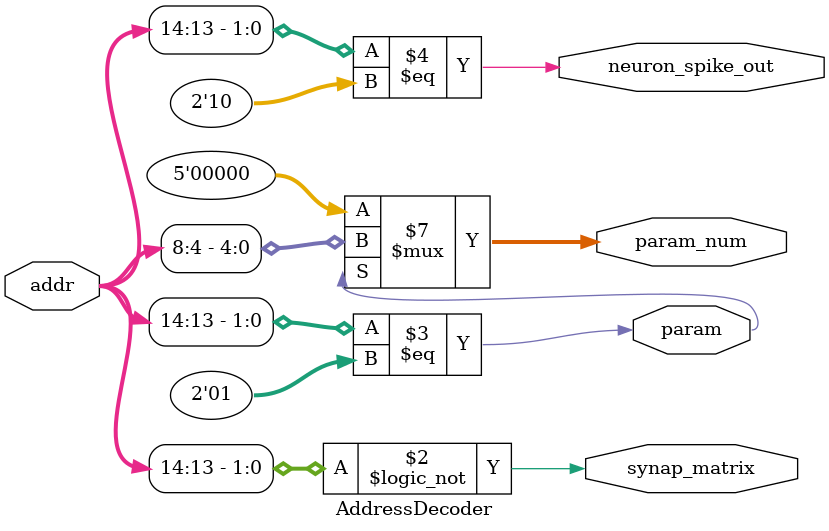
<source format=v>
module AddressDecoder(
    input  [31:0] addr,
    output reg synap_matrix,
    output reg [4:0] param_num,
    output reg neuron_spike_out,
    output reg param
);

    // Bit 14:13 used for Block Decoding
    always @* begin
        synap_matrix = (addr[14:13] == 2'b00);       // synap_matrix block
        param = (addr[14:13] == 2'b01);              // param block
        neuron_spike_out = (addr[14:13] == 2'b10);   // neuron_spike_out block 
    end

    always @* begin
        if(param)                             // If Block is param
            param_num = addr[8:4];          // Take Bit 8:4 for param module number
        else
            param_num = 0;                  // Else output 0
    end
endmodule
</source>
